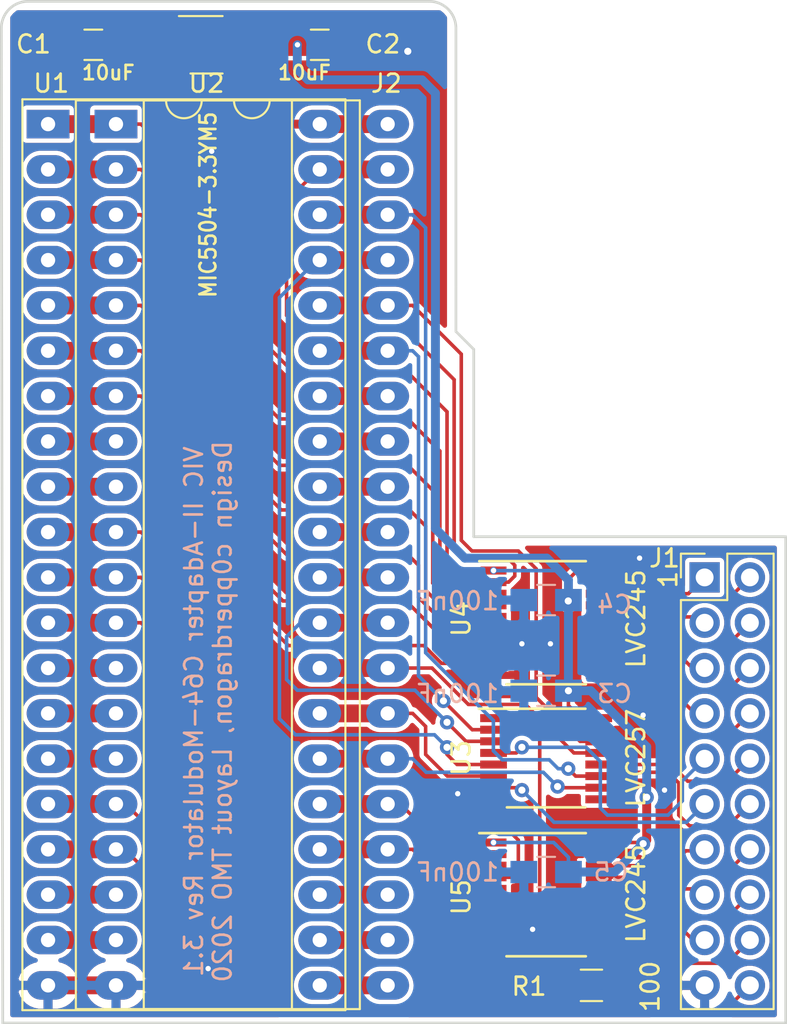
<source format=kicad_pcb>
(kicad_pcb (version 20171130) (host pcbnew "(5.1.5-0-10_14)")
  (title_block (title "VIC II-Adapter C64-Modulator") (date 2020-10-24) (rev 3.1) (company TMO))
  (layers (0 F.Cu signal) (31 B.Cu signal) (34 B.Paste user) (35 F.Paste user) (36 B.SilkS user) (37 F.SilkS user) (38 B.Mask user) (39 F.Mask user) (44 Edge.Cuts user))
  (net 0 "")
  (net 1 +5V)
  (net 2 GND)
  (net 3 +3V3)
  (net 4 DB7)
  (net 5 DB6)
  (net 6 DB5)
  (net 7 DB4)
  (net 8 DB3)
  (net 9 DB2)
  (net 10 DB1)
  (net 11 DB0)
  (net 12 A1)
  (net 13 A0)
  (net 14 CS)
  (net 15 RW)
  (net 16 BA)
  (net 17 AEC)
  (net 18 PHI0)
  (net 19 "Net-(R1-Pad2)")
  (net 20 PHI0_1)
  (net 21 AEC_1)
  (net 22 BA_1)
  (net 23 RW_1)
  (net 24 CS_1)
  (net 25 A0_1)
  (net 26 A1_1)
  (net 27 DB8_A2_1)
  (net 28 DB9_A3_1)
  (net 29 DB10_A4_1)
  (net 30 DB11_A5_1)
  (net 31 DB0_1)
  (net 32 DB1_1)
  (net 33 DB2_1)
  (net 34 DB3_1)
  (net 35 DB4_1)
  (net 36 DB5_1)
  (net 37 DB6_1)
  (net 38 DB7_1)
  (net 39 CAS)
  (net 40 DB8)
  (net 41 RAS)
  (net 42 DB9)
  (net 43 DB10)
  (net 44 DB11)
  (net 45 SLUM)
  (net 46 A10)
  (net 47 COLOR)
  (net 48 A9)
  (net 49 VDD)
  (net 50 A8)
  (net 51 A7)
  (net 52 A6)
  (net 53 A5)
  (net 54 LP)
  (net 55 A4)
  (net 56 IRQ)
  (net 57 A3)
  (net 58 A2)
  (net 59 A11)
  (net 60 PHI_CLK)
  (net 61 PHI_IN)
  (module Capacitors_SMD:C_0805_HandSoldering (layer F.Cu) (at 137.16 51.435 180)
    (fp_text reference C1 (at 3.36 0.035) (layer F.SilkS))
    (fp_text value 10uF (at -0.84 -1.565) (layer F.SilkS) (effects (font (size 0.8 0.8))))
    (pad 2 smd rect (at 1.25 0 180) (size 1.5 1.25) (layers F.Cu F.Paste F.Mask) (net 2 GND))
    (pad 1 smd rect (at -1.25 0 180) (size 1.5 1.25) (layers F.Cu F.Paste F.Mask) (net 1 +5V))
  )
  (module Capacitors_SMD:C_0805_HandSoldering (layer F.Cu) (at 149.86 51.435)
    (fp_text reference C2 (at 3.54 -0.035) (layer F.SilkS))
    (fp_text value 10uF (at -0.86 1.565) (layer F.SilkS) (effects (font (size 0.8 0.8))))
    (pad 1 smd rect (at -1.25 0) (size 1.5 1.25) (layers F.Cu F.Paste F.Mask) (net 3 +3V3))
    (pad 2 smd rect (at 1.25 0) (size 1.5 1.25) (layers F.Cu F.Paste F.Mask) (net 2 GND))
  )
  (module Capacitors_SMD:C_0805_HandSoldering (layer B.Cu) (at 162.56 87.63 180)
    (fp_text reference C3 (at -3.84 -0.17 180) (layer B.SilkS) (effects (justify mirror)))
    (fp_text value 100nF (at 4.96 -0.17 180) (layer B.SilkS) (effects (justify mirror)))
    (pad 2 smd rect (at 1.25 0 180) (size 1.5 1.25) (layers B.Cu B.Paste B.Mask) (net 2 GND))
    (pad 1 smd rect (at -1.25 0 180) (size 1.5 1.25) (layers B.Cu B.Paste B.Mask) (net 3 +3V3))
  )
  (module Capacitors_SMD:C_0805_HandSoldering (layer B.Cu) (at 162.56 82.55 180)
    (fp_text reference C4 (at -3.84 -0.25 180) (layer B.SilkS) (effects (justify mirror)))
    (fp_text value 100nF (at 4.96 -0.05 180) (layer B.SilkS) (effects (justify mirror)))
    (pad 1 smd rect (at -1.25 0 180) (size 1.5 1.25) (layers B.Cu B.Paste B.Mask) (net 3 +3V3))
    (pad 2 smd rect (at 1.25 0 180) (size 1.5 1.25) (layers B.Cu B.Paste B.Mask) (net 2 GND))
  )
  (module Capacitors_SMD:C_0805_HandSoldering (layer B.Cu) (at 162.56 97.79 180)
    (fp_text reference C5 (at -3.64 -0.01) (layer B.SilkS) (effects (justify mirror)))
    (fp_text value 100nF (at 4.96 -0.01) (layer B.SilkS) (effects (justify mirror)))
    (pad 2 smd rect (at 1.25 0 180) (size 1.5 1.25) (layers B.Cu B.Paste B.Mask) (net 2 GND))
    (pad 1 smd rect (at -1.25 0 180) (size 1.5 1.25) (layers B.Cu B.Paste B.Mask) (net 3 +3V3))
  )
  (module Pin_Headers:Pin_Header_Straight_2x10_Pitch2.54mm (layer F.Cu) (at 171.45 81.28)
    (fp_text reference J1 (at -2.25 -1.08) (layer F.SilkS))
    (fp_text value Conn_02x10_Odd_Even hide)
    (pad 20 thru_hole oval (at 2.54 22.86) (size 1.7 1.7) (drill 1) (layers *.Cu *.Mask) (net 20 PHI0_1))
    (pad 19 thru_hole oval (at 0 22.86) (size 1.7 1.7) (drill 1) (layers *.Cu *.Mask) (net 2 GND))
    (pad 18 thru_hole oval (at 2.54 20.32) (size 1.7 1.7) (drill 1) (layers *.Cu *.Mask) (net 21 AEC_1))
    (pad 17 thru_hole oval (at 0 20.32) (size 1.7 1.7) (drill 1) (layers *.Cu *.Mask) (net 22 BA_1))
    (pad 16 thru_hole oval (at 2.54 17.78) (size 1.7 1.7) (drill 1) (layers *.Cu *.Mask) (net 23 RW_1))
    (pad 15 thru_hole oval (at 0 17.78) (size 1.7 1.7) (drill 1) (layers *.Cu *.Mask) (net 24 CS_1))
    (pad 14 thru_hole oval (at 2.54 15.24) (size 1.7 1.7) (drill 1) (layers *.Cu *.Mask) (net 25 A0_1))
    (pad 13 thru_hole oval (at 0 15.24) (size 1.7 1.7) (drill 1) (layers *.Cu *.Mask) (net 26 A1_1))
    (pad 12 thru_hole oval (at 2.54 12.7) (size 1.7 1.7) (drill 1) (layers *.Cu *.Mask) (net 27 DB8_A2_1))
    (pad 11 thru_hole oval (at 0 12.7) (size 1.7 1.7) (drill 1) (layers *.Cu *.Mask) (net 28 DB9_A3_1))
    (pad 10 thru_hole oval (at 2.54 10.16) (size 1.7 1.7) (drill 1) (layers *.Cu *.Mask) (net 29 DB10_A4_1))
    (pad 9 thru_hole oval (at 0 10.16) (size 1.7 1.7) (drill 1) (layers *.Cu *.Mask) (net 30 DB11_A5_1))
    (pad 8 thru_hole oval (at 2.54 7.62) (size 1.7 1.7) (drill 1) (layers *.Cu *.Mask) (net 31 DB0_1))
    (pad 7 thru_hole oval (at 0 7.62) (size 1.7 1.7) (drill 1) (layers *.Cu *.Mask) (net 32 DB1_1))
    (pad 6 thru_hole oval (at 2.54 5.08) (size 1.7 1.7) (drill 1) (layers *.Cu *.Mask) (net 33 DB2_1))
    (pad 5 thru_hole oval (at 0 5.08) (size 1.7 1.7) (drill 1) (layers *.Cu *.Mask) (net 34 DB3_1))
    (pad 4 thru_hole oval (at 2.54 2.54) (size 1.7 1.7) (drill 1) (layers *.Cu *.Mask) (net 35 DB4_1))
    (pad 3 thru_hole oval (at 0 2.54) (size 1.7 1.7) (drill 1) (layers *.Cu *.Mask) (net 36 DB5_1))
    (pad 2 thru_hole oval (at 2.54 0) (size 1.7 1.7) (drill 1) (layers *.Cu *.Mask) (net 37 DB6_1))
    (pad 1 thru_hole rect (at 0 0) (size 1.7 1.7) (drill 1) (layers *.Cu *.Mask) (net 38 DB7_1))
  )
  (module Resistors_SMD:R_0805_HandSoldering (layer F.Cu) (at 165.1 104.14 180)
    (fp_text reference R1 (at 3.5 -0.06) (layer F.SilkS))
    (fp_text value 100 (at -3.3 -0.06 90) (layer F.SilkS))
    (pad 2 smd rect (at 1.35 0 180) (size 1.5 1.3) (layers F.Cu F.Paste F.Mask) (net 19 "Net-(R1-Pad2)"))
    (pad 1 smd rect (at -1.35 0 180) (size 1.5 1.3) (layers F.Cu F.Paste F.Mask) (net 20 PHI0_1))
  )
  (module TO_SOT_Packages_SMD:SOT-23-5_HandSoldering (layer F.Cu) (at 143.51 51.435)
    (fp_text reference U2 (at 0 2.165) (layer F.SilkS))
    (fp_text value MIC5504-3.3YM5 (at 0.09 8.965 90) (layer F.SilkS) (effects (font (size 0.9 0.8))))
    (pad 5 smd rect (at 1.35 -0.95) (size 1.56 0.65) (layers F.Cu F.Paste F.Mask) (net 3 +3V3))
    (pad 4 smd rect (at 1.35 0.95) (size 1.56 0.65) (layers F.Cu F.Paste F.Mask))
    (pad 3 smd rect (at -1.35 0.95) (size 1.56 0.65) (layers F.Cu F.Paste F.Mask) (net 1 +5V))
    (pad 2 smd rect (at -1.35 0) (size 1.56 0.65) (layers F.Cu F.Paste F.Mask) (net 2 GND))
    (pad 1 smd rect (at -1.35 -0.95) (size 1.56 0.65) (layers F.Cu F.Paste F.Mask) (net 1 +5V))
  )
  (module Housings_SSOP:TSSOP-16_4.4x5mm_Pitch0.65mm (layer F.Cu) (at 162.56 91.44)
    (fp_text reference U3 (at -4.76 -0.04 90) (layer F.SilkS))
    (fp_text value LVC257 (at 5.04 -0.04 90) (layer F.SilkS))
    (pad 16 smd rect (at 2.95 -2.275) (size 1.5 0.45) (layers F.Cu F.Paste F.Mask) (net 3 +3V3))
    (pad 15 smd rect (at 2.95 -1.625) (size 1.5 0.45) (layers F.Cu F.Paste F.Mask) (net 2 GND))
    (pad 14 smd rect (at 2.95 -0.975) (size 1.5 0.45) (layers F.Cu F.Paste F.Mask) (net 43 DB10))
    (pad 13 smd rect (at 2.95 -0.325) (size 1.5 0.45) (layers F.Cu F.Paste F.Mask) (net 55 A4))
    (pad 12 smd rect (at 2.95 0.325) (size 1.5 0.45) (layers F.Cu F.Paste F.Mask) (net 29 DB10_A4_1))
    (pad 11 smd rect (at 2.95 0.975) (size 1.5 0.45) (layers F.Cu F.Paste F.Mask) (net 40 DB8))
    (pad 10 smd rect (at 2.95 1.625) (size 1.5 0.45) (layers F.Cu F.Paste F.Mask) (net 58 A2))
    (pad 9 smd rect (at 2.95 2.275) (size 1.5 0.45) (layers F.Cu F.Paste F.Mask) (net 27 DB8_A2_1))
    (pad 8 smd rect (at -2.95 2.275) (size 1.5 0.45) (layers F.Cu F.Paste F.Mask) (net 2 GND))
    (pad 7 smd rect (at -2.95 1.625) (size 1.5 0.45) (layers F.Cu F.Paste F.Mask) (net 28 DB9_A3_1))
    (pad 6 smd rect (at -2.95 0.975) (size 1.5 0.45) (layers F.Cu F.Paste F.Mask) (net 57 A3))
    (pad 5 smd rect (at -2.95 0.325) (size 1.5 0.45) (layers F.Cu F.Paste F.Mask) (net 42 DB9))
    (pad 4 smd rect (at -2.95 -0.325) (size 1.5 0.45) (layers F.Cu F.Paste F.Mask) (net 30 DB11_A5_1))
    (pad 3 smd rect (at -2.95 -0.975) (size 1.5 0.45) (layers F.Cu F.Paste F.Mask) (net 53 A5))
    (pad 2 smd rect (at -2.95 -1.625) (size 1.5 0.45) (layers F.Cu F.Paste F.Mask) (net 44 DB11))
    (pad 1 smd rect (at -2.95 -2.275) (size 1.5 0.45) (layers F.Cu F.Paste F.Mask) (net 21 AEC_1))
  )
  (module Housings_SSOP:TSSOP-20_4.4x6.5mm_Pitch0.65mm (layer F.Cu) (at 162.56 83.82)
    (fp_text reference U4 (at -4.76 -0.22 90) (layer F.SilkS))
    (fp_text value LVC245 (at 5.04 -0.22 90) (layer F.SilkS))
    (pad 20 smd rect (at 2.95 -2.925) (size 1.45 0.45) (layers F.Cu F.Paste F.Mask) (net 3 +3V3))
    (pad 19 smd rect (at 2.95 -2.275) (size 1.45 0.45) (layers F.Cu F.Paste F.Mask) (net 2 GND))
    (pad 18 smd rect (at 2.95 -1.625) (size 1.45 0.45) (layers F.Cu F.Paste F.Mask) (net 38 DB7_1))
    (pad 17 smd rect (at 2.95 -0.975) (size 1.45 0.45) (layers F.Cu F.Paste F.Mask) (net 37 DB6_1))
    (pad 16 smd rect (at 2.95 -0.325) (size 1.45 0.45) (layers F.Cu F.Paste F.Mask) (net 36 DB5_1))
    (pad 15 smd rect (at 2.95 0.325) (size 1.45 0.45) (layers F.Cu F.Paste F.Mask) (net 35 DB4_1))
    (pad 14 smd rect (at 2.95 0.975) (size 1.45 0.45) (layers F.Cu F.Paste F.Mask) (net 34 DB3_1))
    (pad 13 smd rect (at 2.95 1.625) (size 1.45 0.45) (layers F.Cu F.Paste F.Mask) (net 33 DB2_1))
    (pad 12 smd rect (at 2.95 2.275) (size 1.45 0.45) (layers F.Cu F.Paste F.Mask) (net 32 DB1_1))
    (pad 11 smd rect (at 2.95 2.925) (size 1.45 0.45) (layers F.Cu F.Paste F.Mask) (net 31 DB0_1))
    (pad 10 smd rect (at -2.95 2.925) (size 1.45 0.45) (layers F.Cu F.Paste F.Mask) (net 2 GND))
    (pad 9 smd rect (at -2.95 2.275) (size 1.45 0.45) (layers F.Cu F.Paste F.Mask) (net 11 DB0))
    (pad 8 smd rect (at -2.95 1.625) (size 1.45 0.45) (layers F.Cu F.Paste F.Mask) (net 10 DB1))
    (pad 7 smd rect (at -2.95 0.975) (size 1.45 0.45) (layers F.Cu F.Paste F.Mask) (net 9 DB2))
    (pad 6 smd rect (at -2.95 0.325) (size 1.45 0.45) (layers F.Cu F.Paste F.Mask) (net 8 DB3))
    (pad 5 smd rect (at -2.95 -0.325) (size 1.45 0.45) (layers F.Cu F.Paste F.Mask) (net 7 DB4))
    (pad 4 smd rect (at -2.95 -0.975) (size 1.45 0.45) (layers F.Cu F.Paste F.Mask) (net 6 DB5))
    (pad 3 smd rect (at -2.95 -1.625) (size 1.45 0.45) (layers F.Cu F.Paste F.Mask) (net 5 DB6))
    (pad 2 smd rect (at -2.95 -2.275) (size 1.45 0.45) (layers F.Cu F.Paste F.Mask) (net 4 DB7))
    (pad 1 smd rect (at -2.95 -2.925) (size 1.45 0.45) (layers F.Cu F.Paste F.Mask) (net 3 +3V3))
  )
  (module Housings_SSOP:TSSOP-20_4.4x6.5mm_Pitch0.65mm (layer F.Cu) (at 162.56 99.06)
    (fp_text reference U5 (at -4.76 0.14 90) (layer F.SilkS))
    (fp_text value LVC245 (at 5.04 -0.06 90) (layer F.SilkS))
    (pad 1 smd rect (at -2.95 -2.925) (size 1.45 0.45) (layers F.Cu F.Paste F.Mask) (net 3 +3V3))
    (pad 2 smd rect (at -2.95 -2.275) (size 1.45 0.45) (layers F.Cu F.Paste F.Mask) (net 12 A1))
    (pad 3 smd rect (at -2.95 -1.625) (size 1.45 0.45) (layers F.Cu F.Paste F.Mask) (net 13 A0))
    (pad 4 smd rect (at -2.95 -0.975) (size 1.45 0.45) (layers F.Cu F.Paste F.Mask) (net 14 CS))
    (pad 5 smd rect (at -2.95 -0.325) (size 1.45 0.45) (layers F.Cu F.Paste F.Mask) (net 15 RW))
    (pad 6 smd rect (at -2.95 0.325) (size 1.45 0.45) (layers F.Cu F.Paste F.Mask) (net 16 BA))
    (pad 7 smd rect (at -2.95 0.975) (size 1.45 0.45) (layers F.Cu F.Paste F.Mask) (net 17 AEC))
    (pad 8 smd rect (at -2.95 1.625) (size 1.45 0.45) (layers F.Cu F.Paste F.Mask) (net 2 GND))
    (pad 9 smd rect (at -2.95 2.275) (size 1.45 0.45) (layers F.Cu F.Paste F.Mask) (net 18 PHI0))
    (pad 10 smd rect (at -2.95 2.925) (size 1.45 0.45) (layers F.Cu F.Paste F.Mask) (net 2 GND))
    (pad 11 smd rect (at 2.95 2.925) (size 1.45 0.45) (layers F.Cu F.Paste F.Mask) (net 19 "Net-(R1-Pad2)"))
    (pad 12 smd rect (at 2.95 2.275) (size 1.45 0.45) (layers F.Cu F.Paste F.Mask))
    (pad 13 smd rect (at 2.95 1.625) (size 1.45 0.45) (layers F.Cu F.Paste F.Mask) (net 21 AEC_1))
    (pad 14 smd rect (at 2.95 0.975) (size 1.45 0.45) (layers F.Cu F.Paste F.Mask) (net 22 BA_1))
    (pad 15 smd rect (at 2.95 0.325) (size 1.45 0.45) (layers F.Cu F.Paste F.Mask) (net 23 RW_1))
    (pad 16 smd rect (at 2.95 -0.325) (size 1.45 0.45) (layers F.Cu F.Paste F.Mask) (net 24 CS_1))
    (pad 17 smd rect (at 2.95 -0.975) (size 1.45 0.45) (layers F.Cu F.Paste F.Mask) (net 25 A0_1))
    (pad 18 smd rect (at 2.95 -1.625) (size 1.45 0.45) (layers F.Cu F.Paste F.Mask) (net 26 A1_1))
    (pad 19 smd rect (at 2.95 -2.275) (size 1.45 0.45) (layers F.Cu F.Paste F.Mask) (net 2 GND))
    (pad 20 smd rect (at 2.95 -2.925) (size 1.45 0.45) (layers F.Cu F.Paste F.Mask) (net 3 +3V3))
  )
  (module Housings_DIP:DIP-40_W15.24mm_LongPads (layer F.Cu) (at 138.43 55.88)
    (fp_text reference J2 (at 15.17 -2.28) (layer F.SilkS))
    (fp_text value Conn_02x20_Counter_Clockwise hide)
    (pad 40 thru_hole oval (at 15.24 0) (size 2.4 1.6) (drill 0.8) (layers *.Cu *.Mask) (net 1 +5V))
    (pad 20 thru_hole oval (at 0 48.26) (size 2.4 1.6) (drill 0.8) (layers *.Cu *.Mask) (net 2 GND))
    (pad 39 thru_hole oval (at 15.24 2.54) (size 2.4 1.6) (drill 0.8) (layers *.Cu *.Mask) (net 4 DB7))
    (pad 19 thru_hole oval (at 0 45.72) (size 2.4 1.6) (drill 0.8) (layers *.Cu *.Mask) (net 39 CAS))
    (pad 38 thru_hole oval (at 15.24 5.08) (size 2.4 1.6) (drill 0.8) (layers *.Cu *.Mask) (net 40 DB8))
    (pad 18 thru_hole oval (at 0 43.18) (size 2.4 1.6) (drill 0.8) (layers *.Cu *.Mask) (net 41 RAS))
    (pad 37 thru_hole oval (at 15.24 7.62) (size 2.4 1.6) (drill 0.8) (layers *.Cu *.Mask) (net 42 DB9))
    (pad 17 thru_hole oval (at 0 40.64) (size 2.4 1.6) (drill 0.8) (layers *.Cu *.Mask) (net 18 PHI0))
    (pad 36 thru_hole oval (at 15.24 10.16) (size 2.4 1.6) (drill 0.8) (layers *.Cu *.Mask) (net 43 DB10))
    (pad 16 thru_hole oval (at 0 38.1) (size 2.4 1.6) (drill 0.8) (layers *.Cu *.Mask) (net 17 AEC))
    (pad 35 thru_hole oval (at 15.24 12.7) (size 2.4 1.6) (drill 0.8) (layers *.Cu *.Mask) (net 44 DB11))
    (pad 15 thru_hole oval (at 0 35.56) (size 2.4 1.6) (drill 0.8) (layers *.Cu *.Mask) (net 45 SLUM))
    (pad 34 thru_hole oval (at 15.24 15.24) (size 2.4 1.6) (drill 0.8) (layers *.Cu *.Mask) (net 46 A10))
    (pad 14 thru_hole oval (at 0 33.02) (size 2.4 1.6) (drill 0.8) (layers *.Cu *.Mask) (net 47 COLOR))
    (pad 33 thru_hole oval (at 15.24 17.78) (size 2.4 1.6) (drill 0.8) (layers *.Cu *.Mask) (net 48 A9))
    (pad 13 thru_hole oval (at 0 30.48) (size 2.4 1.6) (drill 0.8) (layers *.Cu *.Mask) (net 49 VDD))
    (pad 32 thru_hole oval (at 15.24 20.32) (size 2.4 1.6) (drill 0.8) (layers *.Cu *.Mask) (net 50 A8))
    (pad 12 thru_hole oval (at 0 27.94) (size 2.4 1.6) (drill 0.8) (layers *.Cu *.Mask) (net 16 BA))
    (pad 31 thru_hole oval (at 15.24 22.86) (size 2.4 1.6) (drill 0.8) (layers *.Cu *.Mask) (net 51 A7))
    (pad 11 thru_hole oval (at 0 25.4) (size 2.4 1.6) (drill 0.8) (layers *.Cu *.Mask) (net 15 RW))
    (pad 30 thru_hole oval (at 15.24 25.4) (size 2.4 1.6) (drill 0.8) (layers *.Cu *.Mask) (net 52 A6))
    (pad 10 thru_hole oval (at 0 22.86) (size 2.4 1.6) (drill 0.8) (layers *.Cu *.Mask) (net 14 CS))
    (pad 29 thru_hole oval (at 15.24 27.94) (size 2.4 1.6) (drill 0.8) (layers *.Cu *.Mask) (net 53 A5))
    (pad 9 thru_hole oval (at 0 20.32) (size 2.4 1.6) (drill 0.8) (layers *.Cu *.Mask) (net 54 LP))
    (pad 28 thru_hole oval (at 15.24 30.48) (size 2.4 1.6) (drill 0.8) (layers *.Cu *.Mask) (net 55 A4))
    (pad 8 thru_hole oval (at 0 17.78) (size 2.4 1.6) (drill 0.8) (layers *.Cu *.Mask) (net 56 IRQ))
    (pad 27 thru_hole oval (at 15.24 33.02) (size 2.4 1.6) (drill 0.8) (layers *.Cu *.Mask) (net 57 A3))
    (pad 7 thru_hole oval (at 0 15.24) (size 2.4 1.6) (drill 0.8) (layers *.Cu *.Mask) (net 11 DB0))
    (pad 26 thru_hole oval (at 15.24 35.56) (size 2.4 1.6) (drill 0.8) (layers *.Cu *.Mask) (net 58 A2))
    (pad 6 thru_hole oval (at 0 12.7) (size 2.4 1.6) (drill 0.8) (layers *.Cu *.Mask) (net 10 DB1))
    (pad 25 thru_hole oval (at 15.24 38.1) (size 2.4 1.6) (drill 0.8) (layers *.Cu *.Mask) (net 12 A1))
    (pad 5 thru_hole oval (at 0 10.16) (size 2.4 1.6) (drill 0.8) (layers *.Cu *.Mask) (net 9 DB2))
    (pad 24 thru_hole oval (at 15.24 40.64) (size 2.4 1.6) (drill 0.8) (layers *.Cu *.Mask) (net 13 A0))
    (pad 4 thru_hole oval (at 0 7.62) (size 2.4 1.6) (drill 0.8) (layers *.Cu *.Mask) (net 8 DB3))
    (pad 23 thru_hole oval (at 15.24 43.18) (size 2.4 1.6) (drill 0.8) (layers *.Cu *.Mask) (net 59 A11))
    (pad 3 thru_hole oval (at 0 5.08) (size 2.4 1.6) (drill 0.8) (layers *.Cu *.Mask) (net 7 DB4))
    (pad 22 thru_hole oval (at 15.24 45.72) (size 2.4 1.6) (drill 0.8) (layers *.Cu *.Mask) (net 60 PHI_CLK))
    (pad 2 thru_hole oval (at 0 2.54) (size 2.4 1.6) (drill 0.8) (layers *.Cu *.Mask) (net 6 DB5))
    (pad 21 thru_hole oval (at 15.24 48.26) (size 2.4 1.6) (drill 0.8) (layers *.Cu *.Mask) (net 61 PHI_IN))
    (pad 1 thru_hole rect (at 0 0) (size 2.4 1.6) (drill 0.8) (layers *.Cu *.Mask) (net 5 DB6))
  )
  (module Housings_DIP:DIP-40_W15.24mm_Socket_LongPads (layer F.Cu) (at 134.62 55.88)
    (fp_text reference U1 (at 0.18 -2.28) (layer F.SilkS))
    (fp_text value VIC-II hide)
    (pad 40 thru_hole oval (at 15.24 0) (size 2.4 1.6) (drill 0.8) (layers *.Cu *.Mask) (net 1 +5V))
    (pad 20 thru_hole oval (at 0 48.26) (size 2.4 1.6) (drill 0.8) (layers *.Cu *.Mask) (net 2 GND))
    (pad 39 thru_hole oval (at 15.24 2.54) (size 2.4 1.6) (drill 0.8) (layers *.Cu *.Mask) (net 4 DB7))
    (pad 19 thru_hole oval (at 0 45.72) (size 2.4 1.6) (drill 0.8) (layers *.Cu *.Mask) (net 39 CAS))
    (pad 38 thru_hole oval (at 15.24 5.08) (size 2.4 1.6) (drill 0.8) (layers *.Cu *.Mask) (net 40 DB8))
    (pad 18 thru_hole oval (at 0 43.18) (size 2.4 1.6) (drill 0.8) (layers *.Cu *.Mask) (net 41 RAS))
    (pad 37 thru_hole oval (at 15.24 7.62) (size 2.4 1.6) (drill 0.8) (layers *.Cu *.Mask) (net 42 DB9))
    (pad 17 thru_hole oval (at 0 40.64) (size 2.4 1.6) (drill 0.8) (layers *.Cu *.Mask) (net 18 PHI0))
    (pad 36 thru_hole oval (at 15.24 10.16) (size 2.4 1.6) (drill 0.8) (layers *.Cu *.Mask) (net 43 DB10))
    (pad 16 thru_hole oval (at 0 38.1) (size 2.4 1.6) (drill 0.8) (layers *.Cu *.Mask) (net 17 AEC))
    (pad 35 thru_hole oval (at 15.24 12.7) (size 2.4 1.6) (drill 0.8) (layers *.Cu *.Mask) (net 44 DB11))
    (pad 15 thru_hole oval (at 0 35.56) (size 2.4 1.6) (drill 0.8) (layers *.Cu *.Mask) (net 45 SLUM))
    (pad 34 thru_hole oval (at 15.24 15.24) (size 2.4 1.6) (drill 0.8) (layers *.Cu *.Mask) (net 46 A10))
    (pad 14 thru_hole oval (at 0 33.02) (size 2.4 1.6) (drill 0.8) (layers *.Cu *.Mask) (net 47 COLOR))
    (pad 33 thru_hole oval (at 15.24 17.78) (size 2.4 1.6) (drill 0.8) (layers *.Cu *.Mask) (net 48 A9))
    (pad 13 thru_hole oval (at 0 30.48) (size 2.4 1.6) (drill 0.8) (layers *.Cu *.Mask) (net 49 VDD))
    (pad 32 thru_hole oval (at 15.24 20.32) (size 2.4 1.6) (drill 0.8) (layers *.Cu *.Mask) (net 50 A8))
    (pad 12 thru_hole oval (at 0 27.94) (size 2.4 1.6) (drill 0.8) (layers *.Cu *.Mask) (net 16 BA))
    (pad 31 thru_hole oval (at 15.24 22.86) (size 2.4 1.6) (drill 0.8) (layers *.Cu *.Mask) (net 51 A7))
    (pad 11 thru_hole oval (at 0 25.4) (size 2.4 1.6) (drill 0.8) (layers *.Cu *.Mask) (net 15 RW))
    (pad 30 thru_hole oval (at 15.24 25.4) (size 2.4 1.6) (drill 0.8) (layers *.Cu *.Mask) (net 52 A6))
    (pad 10 thru_hole oval (at 0 22.86) (size 2.4 1.6) (drill 0.8) (layers *.Cu *.Mask) (net 14 CS))
    (pad 29 thru_hole oval (at 15.24 27.94) (size 2.4 1.6) (drill 0.8) (layers *.Cu *.Mask) (net 53 A5))
    (pad 9 thru_hole oval (at 0 20.32) (size 2.4 1.6) (drill 0.8) (layers *.Cu *.Mask) (net 54 LP))
    (pad 28 thru_hole oval (at 15.24 30.48) (size 2.4 1.6) (drill 0.8) (layers *.Cu *.Mask) (net 55 A4))
    (pad 8 thru_hole oval (at 0 17.78) (size 2.4 1.6) (drill 0.8) (layers *.Cu *.Mask) (net 56 IRQ))
    (pad 27 thru_hole oval (at 15.24 33.02) (size 2.4 1.6) (drill 0.8) (layers *.Cu *.Mask) (net 57 A3))
    (pad 7 thru_hole oval (at 0 15.24) (size 2.4 1.6) (drill 0.8) (layers *.Cu *.Mask) (net 11 DB0))
    (pad 26 thru_hole oval (at 15.24 35.56) (size 2.4 1.6) (drill 0.8) (layers *.Cu *.Mask) (net 58 A2))
    (pad 6 thru_hole oval (at 0 12.7) (size 2.4 1.6) (drill 0.8) (layers *.Cu *.Mask) (net 10 DB1))
    (pad 25 thru_hole oval (at 15.24 38.1) (size 2.4 1.6) (drill 0.8) (layers *.Cu *.Mask) (net 12 A1))
    (pad 5 thru_hole oval (at 0 10.16) (size 2.4 1.6) (drill 0.8) (layers *.Cu *.Mask) (net 9 DB2))
    (pad 24 thru_hole oval (at 15.24 40.64) (size 2.4 1.6) (drill 0.8) (layers *.Cu *.Mask) (net 13 A0))
    (pad 4 thru_hole oval (at 0 7.62) (size 2.4 1.6) (drill 0.8) (layers *.Cu *.Mask) (net 8 DB3))
    (pad 23 thru_hole oval (at 15.24 43.18) (size 2.4 1.6) (drill 0.8) (layers *.Cu *.Mask) (net 59 A11))
    (pad 3 thru_hole oval (at 0 5.08) (size 2.4 1.6) (drill 0.8) (layers *.Cu *.Mask) (net 7 DB4))
    (pad 22 thru_hole oval (at 15.24 45.72) (size 2.4 1.6) (drill 0.8) (layers *.Cu *.Mask) (net 60 PHI_CLK))
    (pad 2 thru_hole oval (at 0 2.54) (size 2.4 1.6) (drill 0.8) (layers *.Cu *.Mask) (net 6 DB5))
    (pad 21 thru_hole oval (at 15.24 48.26) (size 2.4 1.6) (drill 0.8) (layers *.Cu *.Mask) (net 61 PHI_IN))
    (pad 1 thru_hole rect (at 0 0) (size 2.4 1.6) (drill 0.8) (layers *.Cu *.Mask) (net 5 DB6))
  )
  (gr_arc (start 133.5 50.5) (end 133.5 49) (angle -90) (layer Edge.Cuts) (width 0.15))
  (gr_arc (start 156 50.5) (end 157.5 50.5) (angle -90) (layer Edge.Cuts) (width 0.15))
  (gr_line (start 157.5 67.5) (end 158.5 68.5) (layer Edge.Cuts) (width 0.15))
  (gr_line (start 157.5 65) (end 157.5 67.5) (layer Edge.Cuts) (width 0.15))
  (gr_line (start 157.5 50.5) (end 157.5 65) (layer Edge.Cuts) (width 0.15))
  (gr_line (start 158.5 79) (end 176 79) (layer Edge.Cuts) (width 0.15))
  (gr_line (start 158.5 79) (end 158.5 68.5) (layer Edge.Cuts) (width 0.15))
  (gr_line (start 133.5 49) (end 156 49) (layer Edge.Cuts) (width 0.15))
  (gr_line (start 132.08 106.25) (end 176 106.25) (layer Edge.Cuts) (width 0.15))
  (gr_text 1 (at 169.4 81.4 90) (layer F.SilkS) (effects (font (size 1 1))))
  (gr_text "VIC II-Adapter C64-Modulator Rev 3.1\nDesign c0pperdragon, Layout TMO 2020" (at 143.6 88.8 90) (layer B.SilkS) (effects (font (size 1 1)) (justify mirror)))
  (gr_line (start 132.08 106.25) (end 132 50.5) (layer Edge.Cuts) (width 0.15))
  (gr_line (start 176 79) (end 176 106.25) (layer Edge.Cuts) (width 0.15))
  (segment (start 149.86 55.88) (end 153.67 55.88) (width 1) (layer F.Cu) (net 1))
  (segment (start 142.16 53.21) (end 142.16 52.385) (width 0.5) (layer F.Cu) (net 1))
  (segment (start 144.83 55.88) (end 142.16 53.21) (width 0.5) (layer F.Cu) (net 1))
  (segment (start 149.86 55.88) (end 144.83 55.88) (width 0.5) (layer F.Cu) (net 1))
  (segment (start 140.88 52.385) (end 140.2 51.705) (width 0.5) (layer F.Cu) (net 1))
  (segment (start 142.16 52.385) (end 140.88 52.385) (width 0.5) (layer F.Cu) (net 1))
  (segment (start 140.88 50.485) (end 142.16 50.485) (width 0.5) (layer F.Cu) (net 1))
  (segment (start 140.2 51.165) (end 140.88 50.485) (width 0.5) (layer F.Cu) (net 1))
  (segment (start 139.965 51.435) (end 140 51.4) (width 0.5) (layer F.Cu) (net 1))
  (segment (start 140 51.4) (end 140.2 51.165) (width 0.5) (layer F.Cu) (net 1))
  (segment (start 138.41 51.435) (end 139.965 51.435) (width 0.5) (layer F.Cu) (net 1))
  (segment (start 140.2 51.705) (end 140 51.4) (width 0.5) (layer F.Cu) (net 1))
  (segment (start 134.62 104.14) (end 138.43 104.14) (width 1) (layer F.Cu) (net 2))
  (via (at 161.2 85) (size 0.4) (drill 0.3) (layers F.Cu B.Cu) (net 2))
  (via (at 161.8 101) (size 0.4) (drill 0.3) (layers F.Cu B.Cu) (net 2))
  (via (at 167.8 80.2) (size 0.4) (drill 0.3) (layers F.Cu B.Cu) (net 2))
  (via (at 168 89) (size 0.4) (drill 0.3) (layers F.Cu B.Cu) (net 2))
  (via (at 157.6 93.4) (size 0.4) (drill 0.3) (layers F.Cu B.Cu) (net 2))
  (via (at 169.2 93.2) (size 0.4) (drill 0.3) (layers F.Cu B.Cu) (net 2))
  (via (at 154.8 51.8) (size 0.8) (drill 0.4) (layers F.Cu B.Cu) (net 2))
  (via (at 162.8 85) (size 0.4) (drill 0.3) (layers F.Cu B.Cu) (net 2))
  (via (at 143.8 57.4) (size 0.4) (drill 0.3) (layers F.Cu B.Cu) (net 2))
  (via (at 143.6 103.2) (size 0.4) (drill 0.3) (layers F.Cu B.Cu) (net 2))
  (via (at 163.8 82.6) (size 0.8) (drill 0.4) (layers F.Cu B.Cu) (net 3))
  (segment (start 163.81 82.55) (end 163.81 87.63) (width 0.5) (layer B.Cu) (net 3))
  (segment (start 163.81 87.63) (end 163.81 87.63) (width 0.5) (layer B.Cu) (net 3))
  (via (at 163.81 87.63) (size 0.8) (drill 0.4) (layers F.Cu B.Cu) (net 3))
  (segment (start 164.56 89.165) (end 165.51 89.165) (width 0.2) (layer F.Cu) (net 3))
  (segment (start 164.52 89.165) (end 164.56 89.165) (width 0.2) (layer F.Cu) (net 3))
  (segment (start 163.81 88.455) (end 164.52 89.165) (width 0.2) (layer F.Cu) (net 3))
  (segment (start 163.81 87.63) (end 163.81 88.455) (width 0.2) (layer F.Cu) (net 3))
  (segment (start 165.06 87.63) (end 168.2 90.77) (width 0.5) (layer B.Cu) (net 3))
  (segment (start 163.81 87.63) (end 165.06 87.63) (width 0.5) (layer B.Cu) (net 3))
  (segment (start 168.2 90.77) (end 168.2 93.6) (width 0.5) (layer B.Cu) (net 3))
  (via (at 168.2 93.6) (size 0.8) (drill 0.4) (layers F.Cu B.Cu) (net 3))
  (via (at 167.999998 96.199998) (size 0.8) (drill 0.4) (layers F.Cu B.Cu) (net 3))
  (segment (start 163.81 97.79) (end 166.409996 97.79) (width 0.5) (layer B.Cu) (net 3))
  (segment (start 168.2 93.6) (end 168.2 95.999996) (width 0.5) (layer F.Cu) (net 3))
  (segment (start 168.2 95.999996) (end 167.999998 96.199998) (width 0.5) (layer F.Cu) (net 3))
  (segment (start 166.409996 97.79) (end 167.999998 96.199998) (width 0.5) (layer B.Cu) (net 3))
  (segment (start 167.935 96.135) (end 167.999998 96.199998) (width 0.2) (layer F.Cu) (net 3))
  (segment (start 165.51 96.135) (end 167.935 96.135) (width 0.2) (layer F.Cu) (net 3))
  (segment (start 163.81 97.79) (end 163.81 96.965) (width 0.2) (layer B.Cu) (net 3))
  (via (at 159.61 96.135) (size 0.4) (drill 0.3) (layers F.Cu B.Cu) (net 3))
  (segment (start 159.61 96.135) (end 162.98 96.135) (width 0.2) (layer B.Cu) (net 3))
  (segment (start 162.98 96.135) (end 163.1225 96.2775) (width 0.2) (layer B.Cu) (net 3))
  (segment (start 163.1225 96.2775) (end 163.045 96.2) (width 0.2) (layer B.Cu) (net 3))
  (segment (start 163.81 96.965) (end 163.1225 96.2775) (width 0.2) (layer B.Cu) (net 3))
  (via (at 159.61 80.895) (size 0.4) (drill 0.3) (layers F.Cu B.Cu) (net 3))
  (segment (start 147.66 50.485) (end 148.61 51.435) (width 0.5) (layer F.Cu) (net 3))
  (segment (start 144.86 50.485) (end 147.66 50.485) (width 0.5) (layer F.Cu) (net 3))
  (segment (start 163.81 82.55) (end 163.81 81.425) (width 0.5) (layer B.Cu) (net 3))
  (via (at 148.61 51.435) (size 0.4) (drill 0.3) (layers F.Cu B.Cu) (net 3))
  (segment (start 163.1 80.9) (end 163.2 80.8) (width 0.2) (layer B.Cu) (net 3))
  (segment (start 159.615 80.9) (end 163.1 80.9) (width 0.2) (layer B.Cu) (net 3))
  (segment (start 159.61 80.895) (end 159.615 80.9) (width 0.2) (layer B.Cu) (net 3))
  (segment (start 163.81 81.425) (end 163.2 80.8) (width 0.5) (layer B.Cu) (net 3))
  (segment (start 164.305 80.895) (end 165.51 80.895) (width 0.2) (layer F.Cu) (net 3))
  (segment (start 163.8 81.4) (end 164.305 80.895) (width 0.2) (layer F.Cu) (net 3))
  (segment (start 163.8 82.6) (end 163.8 81.4) (width 0.2) (layer F.Cu) (net 3))
  (segment (start 148.6 51.445) (end 148.61 51.435) (width 0.5) (layer B.Cu) (net 3))
  (segment (start 148.6 52.8) (end 148.6 51.445) (width 0.5) (layer B.Cu) (net 3))
  (segment (start 156.35001 78.55001) (end 156.35001 54.15001) (width 0.5) (layer B.Cu) (net 3))
  (segment (start 158 80.2) (end 156.35001 78.55001) (width 0.5) (layer B.Cu) (net 3))
  (segment (start 149.2 53.4) (end 148.6 52.8) (width 0.5) (layer B.Cu) (net 3))
  (segment (start 155.6 53.4) (end 149.2 53.4) (width 0.5) (layer B.Cu) (net 3))
  (segment (start 163.2 80.8) (end 162.6 80.2) (width 0.5) (layer B.Cu) (net 3))
  (segment (start 162.6 80.2) (end 158 80.2) (width 0.5) (layer B.Cu) (net 3))
  (segment (start 156.35001 54.15001) (end 155.6 53.4) (width 0.5) (layer B.Cu) (net 3))
  (segment (start 149.86 58.42) (end 153.67 58.42) (width 1) (layer F.Cu) (net 4))
  (segment (start 158 80.2) (end 160.4 80.2) (width 0.2) (layer F.Cu) (net 4))
  (segment (start 157.4 79.6) (end 158 80.2) (width 0.2) (layer F.Cu) (net 4))
  (segment (start 160.455 81.545) (end 159.61 81.545) (width 0.2) (layer F.Cu) (net 4))
  (segment (start 160.8 81.2) (end 160.455 81.545) (width 0.2) (layer F.Cu) (net 4))
  (segment (start 160.8 80.6) (end 160.8 81.2) (width 0.2) (layer F.Cu) (net 4))
  (segment (start 157.4 70.2) (end 157.4 79.6) (width 0.2) (layer F.Cu) (net 4))
  (segment (start 154.6 67.4) (end 157.4 70.2) (width 0.2) (layer F.Cu) (net 4))
  (segment (start 148 66.6) (end 148.8 67.4) (width 0.2) (layer F.Cu) (net 4))
  (segment (start 148 60.2) (end 148 66.6) (width 0.2) (layer F.Cu) (net 4))
  (segment (start 160.4 80.2) (end 160.8 80.6) (width 0.2) (layer F.Cu) (net 4))
  (segment (start 148.8 67.4) (end 154.6 67.4) (width 0.2) (layer F.Cu) (net 4))
  (segment (start 149.78 58.42) (end 148 60.2) (width 0.2) (layer F.Cu) (net 4))
  (segment (start 149.86 58.42) (end 149.78 58.42) (width 0.2) (layer F.Cu) (net 4))
  (segment (start 134.62 55.88) (end 138.43 55.88) (width 1) (layer F.Cu) (net 5))
  (segment (start 157.995 82.195) (end 159.61 82.195) (width 0.2) (layer F.Cu) (net 5))
  (segment (start 157 72) (end 157 81.2) (width 0.2) (layer F.Cu) (net 5))
  (segment (start 154.9 69.9) (end 157 72) (width 0.2) (layer F.Cu) (net 5))
  (segment (start 157 81.2) (end 157.995 82.195) (width 0.2) (layer F.Cu) (net 5))
  (segment (start 138.43 55.88) (end 139.83 55.88) (width 0.2) (layer F.Cu) (net 5))
  (segment (start 146.8 62.85) (end 146.8 68.2) (width 0.2) (layer F.Cu) (net 5))
  (segment (start 148.5 69.9) (end 154.9 69.9) (width 0.2) (layer F.Cu) (net 5))
  (segment (start 139.83 55.88) (end 146.8 62.85) (width 0.2) (layer F.Cu) (net 5))
  (segment (start 146.8 68.2) (end 148.5 69.9) (width 0.2) (layer F.Cu) (net 5))
  (segment (start 134.62 58.42) (end 138.43 58.42) (width 1) (layer F.Cu) (net 6))
  (segment (start 158.045 82.845) (end 159.61 82.845) (width 0.2) (layer F.Cu) (net 6))
  (segment (start 156.6 81.4) (end 157 81.8) (width 0.2) (layer F.Cu) (net 6))
  (segment (start 157 81.8) (end 158.045 82.845) (width 0.2) (layer F.Cu) (net 6))
  (segment (start 156.599989 81.399989) (end 157 81.8) (width 0.2) (layer F.Cu) (net 6))
  (segment (start 156.599989 74.199989) (end 156.599989 81.399989) (width 0.2) (layer F.Cu) (net 6))
  (segment (start 138.43 58.42) (end 139.83 58.42) (width 0.2) (layer F.Cu) (net 6))
  (segment (start 145.8 64.39) (end 145.8 70.6) (width 0.2) (layer F.Cu) (net 6))
  (segment (start 147.6 72.4) (end 154.8 72.4) (width 0.2) (layer F.Cu) (net 6))
  (segment (start 154.8 72.4) (end 156.599989 74.199989) (width 0.2) (layer F.Cu) (net 6))
  (segment (start 145.8 70.6) (end 147.6 72.4) (width 0.2) (layer F.Cu) (net 6))
  (segment (start 139.83 58.42) (end 145.8 64.39) (width 0.2) (layer F.Cu) (net 6))
  (segment (start 134.62 60.96) (end 138.43 60.96) (width 1) (layer F.Cu) (net 7))
  (segment (start 158.685 83.495) (end 159.61 83.495) (width 0.2) (layer F.Cu) (net 7))
  (segment (start 156.199978 81.599978) (end 158.095 83.495) (width 0.2) (layer F.Cu) (net 7))
  (segment (start 156.199978 76.399978) (end 156.199978 81.599978) (width 0.2) (layer F.Cu) (net 7))
  (segment (start 158.095 83.495) (end 158.685 83.495) (width 0.2) (layer F.Cu) (net 7))
  (segment (start 154.8 75) (end 156.199978 76.399978) (width 0.2) (layer F.Cu) (net 7))
  (segment (start 139.83 60.96) (end 144.8 65.93) (width 0.2) (layer F.Cu) (net 7))
  (segment (start 147.6 75) (end 154.8 75) (width 0.2) (layer F.Cu) (net 7))
  (segment (start 144.8 72.2) (end 147.6 75) (width 0.2) (layer F.Cu) (net 7))
  (segment (start 144.8 65.93) (end 144.8 72.2) (width 0.2) (layer F.Cu) (net 7))
  (segment (start 138.43 60.96) (end 139.83 60.96) (width 0.2) (layer F.Cu) (net 7))
  (segment (start 134.62 63.5) (end 138.43 63.5) (width 1) (layer F.Cu) (net 8))
  (segment (start 157.945 84.145) (end 158.685 84.145) (width 0.2) (layer F.Cu) (net 8))
  (segment (start 155.799967 81.999967) (end 157.945 84.145) (width 0.2) (layer F.Cu) (net 8))
  (segment (start 154.9 77.5) (end 155.799967 78.399967) (width 0.2) (layer F.Cu) (net 8))
  (segment (start 158.685 84.145) (end 159.61 84.145) (width 0.2) (layer F.Cu) (net 8))
  (segment (start 147.7 77.5) (end 154.9 77.5) (width 0.2) (layer F.Cu) (net 8))
  (segment (start 143.8 67.47) (end 143.8 73.6) (width 0.2) (layer F.Cu) (net 8))
  (segment (start 155.799967 78.399967) (end 155.799967 81.999967) (width 0.2) (layer F.Cu) (net 8))
  (segment (start 143.8 73.6) (end 147.7 77.5) (width 0.2) (layer F.Cu) (net 8))
  (segment (start 139.83 63.5) (end 143.8 67.47) (width 0.2) (layer F.Cu) (net 8))
  (segment (start 138.43 63.5) (end 139.83 63.5) (width 0.2) (layer F.Cu) (net 8))
  (segment (start 134.62 66.04) (end 138.43 66.04) (width 1) (layer F.Cu) (net 9))
  (segment (start 157.795 84.795) (end 158.685 84.795) (width 0.2) (layer F.Cu) (net 9))
  (segment (start 155.399956 82.399956) (end 157.795 84.795) (width 0.2) (layer F.Cu) (net 9))
  (segment (start 155.399956 80.599956) (end 155.399956 82.399956) (width 0.2) (layer F.Cu) (net 9))
  (segment (start 158.685 84.795) (end 159.61 84.795) (width 0.2) (layer F.Cu) (net 9))
  (segment (start 142.8 69.01) (end 142.8 74.8) (width 0.2) (layer F.Cu) (net 9))
  (segment (start 148 80) (end 154.8 80) (width 0.2) (layer F.Cu) (net 9))
  (segment (start 142.8 74.8) (end 148 80) (width 0.2) (layer F.Cu) (net 9))
  (segment (start 154.8 80) (end 155.399956 80.599956) (width 0.2) (layer F.Cu) (net 9))
  (segment (start 139.83 66.04) (end 142.8 69.01) (width 0.2) (layer F.Cu) (net 9))
  (segment (start 138.43 66.04) (end 139.83 66.04) (width 0.2) (layer F.Cu) (net 9))
  (segment (start 134.62 68.58) (end 138.43 68.58) (width 1) (layer F.Cu) (net 10))
  (segment (start 157.545 85.445) (end 159.61 85.445) (width 0.2) (layer F.Cu) (net 10))
  (segment (start 141.8 76.6) (end 147.8 82.6) (width 0.2) (layer F.Cu) (net 10))
  (segment (start 141.8 70.55) (end 141.8 76.6) (width 0.2) (layer F.Cu) (net 10))
  (segment (start 139.83 68.58) (end 141.8 70.55) (width 0.2) (layer F.Cu) (net 10))
  (segment (start 147.8 82.6) (end 154.7 82.6) (width 0.2) (layer F.Cu) (net 10))
  (segment (start 154.7 82.6) (end 157.545 85.445) (width 0.2) (layer F.Cu) (net 10))
  (segment (start 138.43 68.58) (end 139.83 68.58) (width 0.2) (layer F.Cu) (net 10))
  (segment (start 134.62 71.12) (end 138.43 71.12) (width 1) (layer F.Cu) (net 11))
  (segment (start 156.695 86.095) (end 159.61 86.095) (width 0.2) (layer F.Cu) (net 11))
  (segment (start 155.7 85.1) (end 156.695 86.095) (width 0.2) (layer F.Cu) (net 11))
  (segment (start 140.8 72.09) (end 140.8 77.8) (width 0.2) (layer F.Cu) (net 11))
  (segment (start 148.1 85.1) (end 155.7 85.1) (width 0.2) (layer F.Cu) (net 11))
  (segment (start 140.8 77.8) (end 148.1 85.1) (width 0.2) (layer F.Cu) (net 11))
  (segment (start 139.83 71.12) (end 140.8 72.09) (width 0.2) (layer F.Cu) (net 11))
  (segment (start 138.43 71.12) (end 139.83 71.12) (width 0.2) (layer F.Cu) (net 11))
  (segment (start 149.86 93.98) (end 153.67 93.98) (width 1) (layer F.Cu) (net 12))
  (segment (start 157.185 96.785) (end 159.61 96.785) (width 0.2) (layer F.Cu) (net 12))
  (segment (start 154.38 93.98) (end 157.185 96.785) (width 0.2) (layer F.Cu) (net 12))
  (segment (start 153.67 93.98) (end 154.38 93.98) (width 0.2) (layer F.Cu) (net 12))
  (segment (start 158.685 97.435) (end 159.61 97.435) (width 0.2) (layer F.Cu) (net 13))
  (segment (start 155.985 97.435) (end 158.685 97.435) (width 0.2) (layer F.Cu) (net 13))
  (segment (start 155.07 96.52) (end 155.985 97.435) (width 0.2) (layer F.Cu) (net 13))
  (segment (start 153.67 96.52) (end 155.07 96.52) (width 0.2) (layer F.Cu) (net 13))
  (segment (start 149.86 96.52) (end 153.67 96.52) (width 1) (layer F.Cu) (net 13))
  (segment (start 134.62 78.74) (end 138.43 78.74) (width 1) (layer F.Cu) (net 14))
  (segment (start 161 97.8) (end 160.715 98.085) (width 0.2) (layer F.Cu) (net 14))
  (segment (start 161 96) (end 161 97.8) (width 0.2) (layer F.Cu) (net 14))
  (segment (start 160.4 95.4) (end 161 96) (width 0.2) (layer F.Cu) (net 14))
  (segment (start 157.6 95.4) (end 160.4 95.4) (width 0.2) (layer F.Cu) (net 14))
  (segment (start 154.9 92.7) (end 157.6 95.4) (width 0.2) (layer F.Cu) (net 14))
  (segment (start 138.43 78.74) (end 139.83 78.74) (width 0.2) (layer F.Cu) (net 14))
  (segment (start 147.3 92.7) (end 154.9 92.7) (width 0.2) (layer F.Cu) (net 14))
  (segment (start 146 84.91) (end 146 91.4) (width 0.2) (layer F.Cu) (net 14))
  (segment (start 146 91.4) (end 147.3 92.7) (width 0.2) (layer F.Cu) (net 14))
  (segment (start 160.715 98.085) (end 159.61 98.085) (width 0.2) (layer F.Cu) (net 14))
  (segment (start 139.83 78.74) (end 146 84.91) (width 0.2) (layer F.Cu) (net 14))
  (segment (start 134.62 81.28) (end 138.43 81.28) (width 1) (layer F.Cu) (net 15))
  (segment (start 156.2 98.6) (end 158.6 98.6) (width 0.2) (layer F.Cu) (net 15))
  (segment (start 155.4 97.8) (end 156.2 98.6) (width 0.2) (layer F.Cu) (net 15))
  (segment (start 148 97.8) (end 155.4 97.8) (width 0.2) (layer F.Cu) (net 15))
  (segment (start 138.43 81.28) (end 139.83 81.28) (width 0.2) (layer F.Cu) (net 15))
  (segment (start 139.83 81.28) (end 144 85.45) (width 0.2) (layer F.Cu) (net 15))
  (segment (start 158.6 98.6) (end 159.61 98.735) (width 0.2) (layer F.Cu) (net 15))
  (segment (start 144 93.8) (end 148 97.8) (width 0.2) (layer F.Cu) (net 15))
  (segment (start 144 85.45) (end 144 93.8) (width 0.2) (layer F.Cu) (net 15))
  (segment (start 134.62 83.82) (end 138.43 83.82) (width 1) (layer F.Cu) (net 16))
  (segment (start 139.83 83.82) (end 138.43 83.82) (width 0.2) (layer F.Cu) (net 16))
  (segment (start 142 85.99) (end 139.83 83.82) (width 0.2) (layer F.Cu) (net 16))
  (segment (start 148 100.4) (end 142 94.4) (width 0.2) (layer F.Cu) (net 16))
  (segment (start 142 94.4) (end 142 85.99) (width 0.2) (layer F.Cu) (net 16))
  (segment (start 155.52002 100.4) (end 148 100.4) (width 0.2) (layer F.Cu) (net 16))
  (segment (start 156.53502 99.385) (end 155.52002 100.4) (width 0.2) (layer F.Cu) (net 16))
  (segment (start 159.61 99.385) (end 156.53502 99.385) (width 0.2) (layer F.Cu) (net 16))
  (segment (start 134.62 93.98) (end 138.43 93.98) (width 1) (layer F.Cu) (net 17))
  (segment (start 157.765 100.035) (end 159.61 100.035) (width 0.2) (layer F.Cu) (net 17))
  (segment (start 155 102.8) (end 157.765 100.035) (width 0.2) (layer F.Cu) (net 17))
  (segment (start 147.8 102.8) (end 155 102.8) (width 0.2) (layer F.Cu) (net 17))
  (segment (start 138.98 93.98) (end 147.8 102.8) (width 0.2) (layer F.Cu) (net 17))
  (segment (start 138.43 93.98) (end 138.98 93.98) (width 0.2) (layer F.Cu) (net 17))
  (segment (start 134.62 96.52) (end 138.43 96.52) (width 1) (layer F.Cu) (net 18))
  (segment (start 156.6 103.4) (end 158.685 101.335) (width 0.2) (layer F.Cu) (net 18))
  (segment (start 154.6 105.4) (end 156.6 103.4) (width 0.2) (layer F.Cu) (net 18))
  (segment (start 147.8 105.4) (end 154.6 105.4) (width 0.2) (layer F.Cu) (net 18))
  (segment (start 158.685 101.335) (end 159.61 101.335) (width 0.2) (layer F.Cu) (net 18))
  (segment (start 138.92 96.52) (end 147.8 105.4) (width 0.2) (layer F.Cu) (net 18))
  (segment (start 138.43 96.52) (end 138.92 96.52) (width 0.2) (layer F.Cu) (net 18))
  (segment (start 163.85 104.775) (end 163.75 104.775) (width 0.2) (layer F.Cu) (net 19))
  (segment (start 163.75 103.29) (end 163.75 104.14) (width 0.2) (layer F.Cu) (net 19))
  (segment (start 163.75 102.82) (end 163.75 103.29) (width 0.2) (layer F.Cu) (net 19))
  (segment (start 164.585 101.985) (end 163.75 102.82) (width 0.2) (layer F.Cu) (net 19))
  (segment (start 165.51 101.985) (end 164.585 101.985) (width 0.2) (layer F.Cu) (net 19))
  (segment (start 173.140001 104.989999) (end 173.99 104.14) (width 0.2) (layer F.Cu) (net 20))
  (segment (start 172.53 105.6) (end 173.140001 104.989999) (width 0.2) (layer F.Cu) (net 20))
  (segment (start 167.4 104.14) (end 168.86 105.6) (width 0.2) (layer F.Cu) (net 20))
  (segment (start 166.45 104.14) (end 167.4 104.14) (width 0.2) (layer F.Cu) (net 20))
  (segment (start 170.4 105.6) (end 172.53 105.6) (width 0.2) (layer F.Cu) (net 20))
  (segment (start 168.86 105.6) (end 170.4 105.6) (width 0.2) (layer F.Cu) (net 20))
  (segment (start 162.2 90) (end 161.365 89.165) (width 0.2) (layer F.Cu) (net 21))
  (segment (start 162.2 99.4) (end 162.2 90) (width 0.2) (layer F.Cu) (net 21))
  (segment (start 161.365 89.165) (end 159.61 89.165) (width 0.2) (layer F.Cu) (net 21))
  (segment (start 163.485 100.685) (end 162.2 99.4) (width 0.2) (layer F.Cu) (net 21))
  (segment (start 165.51 100.685) (end 163.485 100.685) (width 0.2) (layer F.Cu) (net 21))
  (segment (start 173.140001 102.449999) (end 173.99 101.6) (width 0.2) (layer F.Cu) (net 21))
  (segment (start 172.69 102.9) (end 173.140001 102.449999) (width 0.2) (layer F.Cu) (net 21))
  (segment (start 170.5 102.9) (end 172.69 102.9) (width 0.2) (layer F.Cu) (net 21))
  (segment (start 168.285 100.685) (end 170.5 102.9) (width 0.2) (layer F.Cu) (net 21))
  (segment (start 165.51 100.685) (end 168.285 100.685) (width 0.2) (layer F.Cu) (net 21))
  (segment (start 170.8 101.6) (end 171.45 101.6) (width 0.2) (layer F.Cu) (net 22))
  (segment (start 169.235 100.035) (end 170.8 101.6) (width 0.2) (layer F.Cu) (net 22))
  (segment (start 165.51 100.035) (end 169.235 100.035) (width 0.2) (layer F.Cu) (net 22))
  (segment (start 173.140001 99.909999) (end 173.99 99.06) (width 0.2) (layer F.Cu) (net 23))
  (segment (start 170.4 100.4) (end 172.65 100.4) (width 0.2) (layer F.Cu) (net 23))
  (segment (start 172.65 100.4) (end 173.140001 99.909999) (width 0.2) (layer F.Cu) (net 23))
  (segment (start 169.385 99.385) (end 170.4 100.4) (width 0.2) (layer F.Cu) (net 23))
  (segment (start 165.51 99.385) (end 169.385 99.385) (width 0.2) (layer F.Cu) (net 23))
  (segment (start 171.125 98.735) (end 171.45 99.06) (width 0.2) (layer F.Cu) (net 24))
  (segment (start 165.51 98.735) (end 171.125 98.735) (width 0.2) (layer F.Cu) (net 24))
  (segment (start 173.140001 97.369999) (end 173.99 96.52) (width 0.2) (layer F.Cu) (net 25))
  (segment (start 172.71 97.8) (end 173.140001 97.369999) (width 0.2) (layer F.Cu) (net 25))
  (segment (start 170 97.8) (end 172.71 97.8) (width 0.2) (layer F.Cu) (net 25))
  (segment (start 169.715 98.085) (end 170 97.8) (width 0.2) (layer F.Cu) (net 25))
  (segment (start 165.51 98.085) (end 169.715 98.085) (width 0.2) (layer F.Cu) (net 25))
  (segment (start 170.4 96.6) (end 171.37 96.6) (width 0.2) (layer F.Cu) (net 26))
  (segment (start 171.37 96.6) (end 171.45 96.52) (width 0.2) (layer F.Cu) (net 26))
  (segment (start 169.565 97.435) (end 170.4 96.6) (width 0.2) (layer F.Cu) (net 26))
  (segment (start 165.51 97.435) (end 169.565 97.435) (width 0.2) (layer F.Cu) (net 26))
  (segment (start 172.67 95.3) (end 173.99 93.98) (width 0.2) (layer F.Cu) (net 27))
  (segment (start 169.4 92.2) (end 170 92.8) (width 0.2) (layer F.Cu) (net 27))
  (segment (start 170.6 95.2) (end 172.67 95.3) (width 0.2) (layer F.Cu) (net 27))
  (segment (start 170 92.8) (end 170 94.6) (width 0.2) (layer F.Cu) (net 27))
  (segment (start 166.485 93.715) (end 166.8 93.4) (width 0.2) (layer F.Cu) (net 27))
  (segment (start 167.2 92.2) (end 169.4 92.2) (width 0.2) (layer F.Cu) (net 27))
  (segment (start 165.51 93.715) (end 166.485 93.715) (width 0.2) (layer F.Cu) (net 27))
  (segment (start 166.8 92.6) (end 167.2 92.2) (width 0.2) (layer F.Cu) (net 27))
  (segment (start 170 94.6) (end 170.6 95.2) (width 0.2) (layer F.Cu) (net 27))
  (segment (start 166.8 93.4) (end 166.8 92.6) (width 0.2) (layer F.Cu) (net 27))
  (via (at 161.199996 93.2) (size 0.8) (drill 0.4) (layers F.Cu B.Cu) (net 28))
  (segment (start 161.064996 93.065) (end 161.199996 93.2) (width 0.2) (layer F.Cu) (net 28))
  (segment (start 159.61 93.065) (end 161.064996 93.065) (width 0.2) (layer F.Cu) (net 28))
  (segment (start 162.999996 95) (end 161.199996 93.2) (width 0.2) (layer B.Cu) (net 28))
  (segment (start 170.43 95) (end 162.999996 95) (width 0.2) (layer B.Cu) (net 28))
  (segment (start 171.45 93.98) (end 170.43 95) (width 0.2) (layer B.Cu) (net 28))
  (segment (start 172.73 92.7) (end 173.140001 92.289999) (width 0.2) (layer F.Cu) (net 29))
  (segment (start 173.140001 92.289999) (end 173.99 91.44) (width 0.2) (layer F.Cu) (net 29))
  (segment (start 169.565 91.765) (end 170.5 92.7) (width 0.2) (layer F.Cu) (net 29))
  (segment (start 170.5 92.7) (end 172.73 92.7) (width 0.2) (layer F.Cu) (net 29))
  (segment (start 165.51 91.765) (end 169.565 91.765) (width 0.2) (layer F.Cu) (net 29))
  (segment (start 160.885 91.115) (end 161.2 90.8) (width 0.2) (layer F.Cu) (net 30))
  (segment (start 159.61 91.115) (end 160.885 91.115) (width 0.2) (layer F.Cu) (net 30))
  (via (at 161.2 90.8) (size 0.8) (drill 0.4) (layers F.Cu B.Cu) (net 30))
  (segment (start 170.2 92.69) (end 171.45 91.44) (width 0.2) (layer B.Cu) (net 30))
  (segment (start 170.2 93.8) (end 170.2 92.69) (width 0.2) (layer B.Cu) (net 30))
  (segment (start 169.40001 94.59999) (end 170.2 93.8) (width 0.2) (layer B.Cu) (net 30))
  (segment (start 165.6 94.2) (end 165.99999 94.59999) (width 0.2) (layer B.Cu) (net 30))
  (segment (start 165.99999 94.59999) (end 169.40001 94.59999) (width 0.2) (layer B.Cu) (net 30))
  (segment (start 165.6 91.6) (end 165.6 94.2) (width 0.2) (layer B.Cu) (net 30))
  (segment (start 164.8 90.8) (end 165.6 91.6) (width 0.2) (layer B.Cu) (net 30))
  (segment (start 161.2 90.8) (end 164.8 90.8) (width 0.2) (layer B.Cu) (net 30))
  (segment (start 173.140001 89.749999) (end 173.99 88.9) (width 0.2) (layer F.Cu) (net 31))
  (segment (start 170.6 90.2) (end 172.69 90.2) (width 0.2) (layer F.Cu) (net 31))
  (segment (start 167.145 86.745) (end 170.6 90.2) (width 0.2) (layer F.Cu) (net 31))
  (segment (start 172.69 90.2) (end 173.140001 89.749999) (width 0.2) (layer F.Cu) (net 31))
  (segment (start 165.51 86.745) (end 167.145 86.745) (width 0.2) (layer F.Cu) (net 31))
  (segment (start 168.095 86.095) (end 170.9 88.9) (width 0.2) (layer F.Cu) (net 32))
  (segment (start 170.9 88.9) (end 171.45 88.9) (width 0.2) (layer F.Cu) (net 32))
  (segment (start 165.51 86.095) (end 168.095 86.095) (width 0.2) (layer F.Cu) (net 32))
  (segment (start 172.65 87.7) (end 173.99 86.36) (width 0.2) (layer F.Cu) (net 33))
  (segment (start 170.9 87.7) (end 172.65 87.7) (width 0.2) (layer F.Cu) (net 33))
  (segment (start 168.645 85.445) (end 170.9 87.7) (width 0.2) (layer F.Cu) (net 33))
  (segment (start 165.51 85.445) (end 168.645 85.445) (width 0.2) (layer F.Cu) (net 33))
  (segment (start 170.76 86.36) (end 171.45 86.36) (width 0.2) (layer F.Cu) (net 34))
  (segment (start 169.195 84.795) (end 170.76 86.36) (width 0.2) (layer F.Cu) (net 34))
  (segment (start 165.51 84.795) (end 169.195 84.795) (width 0.2) (layer F.Cu) (net 34))
  (segment (start 173.140001 84.669999) (end 173.99 83.82) (width 0.2) (layer F.Cu) (net 35))
  (segment (start 170.7 85.1) (end 172.71 85.1) (width 0.2) (layer F.Cu) (net 35))
  (segment (start 172.71 85.1) (end 173.140001 84.669999) (width 0.2) (layer F.Cu) (net 35))
  (segment (start 169.745 84.145) (end 170.7 85.1) (width 0.2) (layer F.Cu) (net 35))
  (segment (start 165.51 84.145) (end 169.745 84.145) (width 0.2) (layer F.Cu) (net 35))
  (segment (start 171.125 83.495) (end 171.45 83.82) (width 0.2) (layer F.Cu) (net 36))
  (segment (start 165.51 83.495) (end 171.125 83.495) (width 0.2) (layer F.Cu) (net 36))
  (segment (start 173.140001 82.129999) (end 173.99 81.28) (width 0.2) (layer F.Cu) (net 37))
  (segment (start 170 82.6) (end 172.67 82.6) (width 0.2) (layer F.Cu) (net 37))
  (segment (start 172.67 82.6) (end 173.140001 82.129999) (width 0.2) (layer F.Cu) (net 37))
  (segment (start 169.755 82.845) (end 170 82.6) (width 0.2) (layer F.Cu) (net 37))
  (segment (start 165.51 82.845) (end 169.755 82.845) (width 0.2) (layer F.Cu) (net 37))
  (segment (start 170.535 82.195) (end 171.45 81.28) (width 0.2) (layer F.Cu) (net 38))
  (segment (start 165.51 82.195) (end 170.535 82.195) (width 0.2) (layer F.Cu) (net 38))
  (segment (start 134.62 101.6) (end 138.43 101.6) (width 1) (layer F.Cu) (net 39))
  (segment (start 165.51 92.415) (end 164.215 92.415) (width 0.2) (layer F.Cu) (net 40))
  (via (at 163.8 92) (size 0.8) (drill 0.4) (layers F.Cu B.Cu) (net 40))
  (segment (start 164.215 92.415) (end 163.8 92) (width 0.2) (layer F.Cu) (net 40))
  (segment (start 155.07 60.96) (end 153.67 60.96) (width 0.2) (layer B.Cu) (net 40))
  (segment (start 155.8 85.5) (end 155.8 61.69) (width 0.2) (layer B.Cu) (net 40))
  (segment (start 160.100001 91.500001) (end 159.6 91) (width 0.2) (layer B.Cu) (net 40))
  (segment (start 162.734316 91.500001) (end 160.100001 91.500001) (width 0.2) (layer B.Cu) (net 40))
  (segment (start 159.6 91) (end 159.6 89.3) (width 0.2) (layer B.Cu) (net 40))
  (segment (start 155.8 61.69) (end 155.07 60.96) (width 0.2) (layer B.Cu) (net 40))
  (segment (start 159.6 89.3) (end 155.8 85.5) (width 0.2) (layer B.Cu) (net 40))
  (segment (start 163.234315 92) (end 162.734316 91.500001) (width 0.2) (layer B.Cu) (net 40))
  (segment (start 163.8 92) (end 163.234315 92) (width 0.2) (layer B.Cu) (net 40))
  (segment (start 149.86 60.96) (end 153.67 60.96) (width 1) (layer F.Cu) (net 40))
  (segment (start 134.62 99.06) (end 138.43 99.06) (width 1) (layer F.Cu) (net 41))
  (segment (start 159.365 91.765) (end 159.240001 91.640001) (width 0.2) (layer F.Cu) (net 42))
  (segment (start 159.61 91.765) (end 159.365 91.765) (width 0.2) (layer F.Cu) (net 42))
  (segment (start 159.61 91.765) (end 157.565 91.765) (width 0.2) (layer F.Cu) (net 42))
  (segment (start 157 91.2) (end 157 90.8) (width 0.2) (layer F.Cu) (net 42))
  (via (at 157 90.8) (size 0.8) (drill 0.4) (layers F.Cu B.Cu) (net 42))
  (segment (start 157.565 91.765) (end 157 91.2) (width 0.2) (layer F.Cu) (net 42))
  (segment (start 149.86 63.5) (end 153.67 63.5) (width 1) (layer F.Cu) (net 42))
  (segment (start 147.6 65.6) (end 149.7 63.5) (width 0.2) (layer B.Cu) (net 42))
  (segment (start 147.6 89.2) (end 147.6 65.6) (width 0.2) (layer B.Cu) (net 42))
  (segment (start 148.5 90.1) (end 147.6 89.2) (width 0.2) (layer B.Cu) (net 42))
  (segment (start 149.7 63.5) (end 149.86 63.5) (width 0.2) (layer B.Cu) (net 42))
  (segment (start 156.3 90.1) (end 148.5 90.1) (width 0.2) (layer B.Cu) (net 42))
  (segment (start 157 90.8) (end 156.3 90.1) (width 0.2) (layer B.Cu) (net 42))
  (segment (start 149.86 66.04) (end 153.67 66.04) (width 1) (layer F.Cu) (net 43))
  (segment (start 164.465 90.465) (end 165.51 90.465) (width 0.2) (layer F.Cu) (net 43))
  (segment (start 161 79.8) (end 162 80.8) (width 0.2) (layer F.Cu) (net 43))
  (segment (start 162 80.8) (end 162 88) (width 0.2) (layer F.Cu) (net 43))
  (segment (start 158.4 79.8) (end 161 79.8) (width 0.2) (layer F.Cu) (net 43))
  (segment (start 162 88) (end 164.465 90.465) (width 0.2) (layer F.Cu) (net 43))
  (segment (start 157.8 68.77) (end 157.8 79.2) (width 0.2) (layer F.Cu) (net 43))
  (segment (start 157.8 79.2) (end 158.4 79.8) (width 0.2) (layer F.Cu) (net 43))
  (segment (start 155.07 66.04) (end 157.8 68.77) (width 0.2) (layer F.Cu) (net 43))
  (segment (start 153.67 66.04) (end 155.07 66.04) (width 0.2) (layer F.Cu) (net 43))
  (via (at 156.8 88.2) (size 0.8) (drill 0.4) (layers F.Cu B.Cu) (net 44))
  (segment (start 155.07 68.58) (end 153.67 68.58) (width 0.2) (layer B.Cu) (net 44))
  (segment (start 155.4 68.91) (end 155.07 68.58) (width 0.2) (layer B.Cu) (net 44))
  (segment (start 155.4 86.8) (end 155.4 68.91) (width 0.2) (layer B.Cu) (net 44))
  (segment (start 156.8 88.2) (end 155.4 86.8) (width 0.2) (layer B.Cu) (net 44))
  (segment (start 158.415 89.815) (end 156.8 88.2) (width 0.2) (layer F.Cu) (net 44))
  (segment (start 159.61 89.815) (end 158.415 89.815) (width 0.2) (layer F.Cu) (net 44))
  (segment (start 149.86 68.58) (end 153.67 68.58) (width 1) (layer F.Cu) (net 44))
  (segment (start 134.62 91.44) (end 138.43 91.44) (width 1) (layer F.Cu) (net 45))
  (segment (start 153.67 70.67) (end 153.6 70.6) (width 0.2) (layer F.Cu) (net 46))
  (segment (start 153.67 71.12) (end 153.67 70.67) (width 0.2) (layer F.Cu) (net 46))
  (segment (start 149.86 71.12) (end 153.67 71.12) (width 1) (layer F.Cu) (net 46))
  (segment (start 134.62 88.9) (end 138.43 88.9) (width 1) (layer F.Cu) (net 47))
  (segment (start 149.86 73.66) (end 153.67 73.66) (width 1) (layer F.Cu) (net 48))
  (segment (start 134.62 86.36) (end 138.43 86.36) (width 1) (layer F.Cu) (net 49))
  (segment (start 149.86 76.2) (end 153.67 76.2) (width 1) (layer F.Cu) (net 50))
  (segment (start 149.86 78.74) (end 153.67 78.74) (width 1) (layer F.Cu) (net 51))
  (segment (start 149.86 81.28) (end 153.67 81.28) (width 1) (layer F.Cu) (net 52))
  (via (at 157 89.4) (size 0.8) (drill 0.4) (layers F.Cu B.Cu) (net 53))
  (segment (start 158.065 90.465) (end 157 89.4) (width 0.2) (layer F.Cu) (net 53))
  (segment (start 159.61 90.465) (end 158.065 90.465) (width 0.2) (layer F.Cu) (net 53))
  (segment (start 149.86 83.82) (end 153.67 83.82) (width 1) (layer F.Cu) (net 53))
  (segment (start 148.78 83.82) (end 149.86 83.82) (width 0.2) (layer B.Cu) (net 53))
  (segment (start 148 87) (end 148 84.6) (width 0.2) (layer B.Cu) (net 53))
  (segment (start 157 89.4) (end 155.2 87.6) (width 0.2) (layer B.Cu) (net 53))
  (segment (start 155.2 87.6) (end 148.6 87.6) (width 0.2) (layer B.Cu) (net 53))
  (segment (start 148.6 87.6) (end 148 87) (width 0.2) (layer B.Cu) (net 53))
  (segment (start 148 84.6) (end 148.78 83.82) (width 0.2) (layer B.Cu) (net 53))
  (segment (start 134.62 76.2) (end 138.43 76.2) (width 1) (layer F.Cu) (net 54))
  (segment (start 149.86 86.36) (end 153.67 86.36) (width 1) (layer F.Cu) (net 55))
  (segment (start 161.4 88.4) (end 164.115 91.115) (width 0.2) (layer F.Cu) (net 55))
  (segment (start 158.2 88.4) (end 161.4 88.4) (width 0.2) (layer F.Cu) (net 55))
  (segment (start 164.115 91.115) (end 165.51 91.115) (width 0.2) (layer F.Cu) (net 55))
  (segment (start 156.16 86.36) (end 158.2 88.4) (width 0.2) (layer F.Cu) (net 55))
  (segment (start 153.67 86.36) (end 156.16 86.36) (width 0.2) (layer F.Cu) (net 55))
  (segment (start 134.62 73.66) (end 138.43 73.66) (width 1) (layer F.Cu) (net 56))
  (segment (start 157.015 92.415) (end 159.61 92.415) (width 0.2) (layer F.Cu) (net 57))
  (segment (start 155.8 91.2) (end 157.015 92.415) (width 0.2) (layer F.Cu) (net 57))
  (segment (start 155.07 88.9) (end 155.8 89.63) (width 0.2) (layer F.Cu) (net 57))
  (segment (start 155.8 89.63) (end 155.8 91.2) (width 0.2) (layer F.Cu) (net 57))
  (segment (start 153.67 88.9) (end 155.07 88.9) (width 0.2) (layer F.Cu) (net 57))
  (segment (start 149.86 88.9) (end 153.67 88.9) (width 1) (layer F.Cu) (net 57))
  (segment (start 162.800001 92.600001) (end 163.2 93) (width 0.2) (layer B.Cu) (net 58))
  (segment (start 155.07 91.44) (end 155.830001 92.200001) (width 0.2) (layer B.Cu) (net 58))
  (segment (start 155.830001 92.200001) (end 162.400001 92.200001) (width 0.2) (layer B.Cu) (net 58))
  (segment (start 162.400001 92.200001) (end 162.800001 92.600001) (width 0.2) (layer B.Cu) (net 58))
  (segment (start 163.265 93.065) (end 163.2 93) (width 0.2) (layer F.Cu) (net 58))
  (segment (start 165.51 93.065) (end 163.265 93.065) (width 0.2) (layer F.Cu) (net 58))
  (segment (start 153.67 91.44) (end 155.07 91.44) (width 0.2) (layer B.Cu) (net 58))
  (via (at 163.2 93) (size 0.8) (drill 0.4) (layers F.Cu B.Cu) (net 58))
  (segment (start 149.86 91.44) (end 153.67 91.44) (width 1) (layer F.Cu) (net 58))
  (segment (start 149.86 99.06) (end 153.67 99.06) (width 1) (layer F.Cu) (net 59))
  (segment (start 149.86 101.6) (end 153.67 101.6) (width 1) (layer F.Cu) (net 60))
  (segment (start 149.86 104.14) (end 153.67 104.14) (width 1) (layer F.Cu) (net 61))
  (zone (net 2) (net_name GND) (layer F.Cu) (connect_pads (clearance 0.25)) (min_thickness 0.254) (fill yes (arc_segments 32) (thermal_gap 0.508) (thermal_bridge_width 0.508))
    (polygon (pts (xy 157 68) (xy 157.5 68.5) (xy 157.5 79.5) (xy 175.5 79.5) (xy 175.5 106) (xy 132.5 106) (xy 132.5 49.5) (xy 157 49.5)))
  )
  (zone (net 2) (net_name GND) (layer B.Cu) (connect_pads (clearance 0.25)) (min_thickness 0.254) (fill yes (arc_segments 32) (thermal_gap 0.508) (thermal_bridge_width 0.508))
    (polygon (pts (xy 157 68) (xy 157.5 68.5) (xy 157.5 79.5) (xy 175.5 79.5) (xy 175.5 106) (xy 132.5 106) (xy 132.5 49.5) (xy 157 49.5)))
  )
)
</source>
